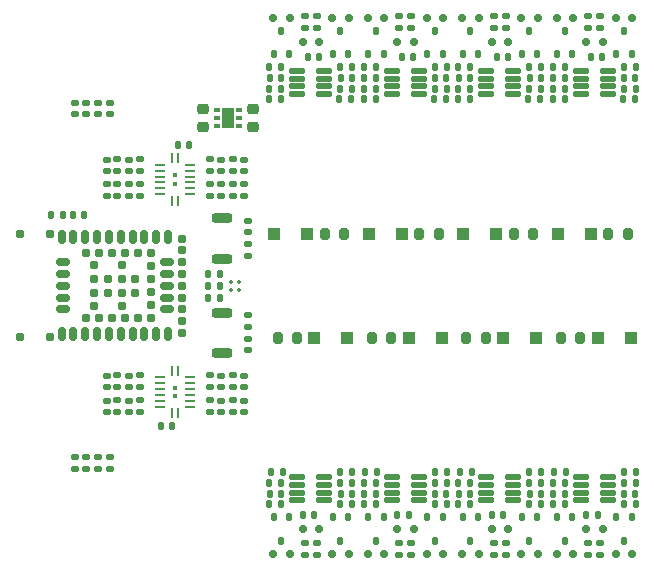
<source format=gtp>
G04 #@! TF.GenerationSoftware,KiCad,Pcbnew,8.0.8*
G04 #@! TF.CreationDate,2025-03-06T21:47:20+01:00*
G04 #@! TF.ProjectId,8-Cell Balancer,382d4365-6c6c-4204-9261-6c616e636572,rev?*
G04 #@! TF.SameCoordinates,Original*
G04 #@! TF.FileFunction,Paste,Top*
G04 #@! TF.FilePolarity,Positive*
%FSLAX46Y46*%
G04 Gerber Fmt 4.6, Leading zero omitted, Abs format (unit mm)*
G04 Created by KiCad (PCBNEW 8.0.8) date 2025-03-06 21:47:20*
%MOMM*%
%LPD*%
G01*
G04 APERTURE LIST*
G04 Aperture macros list*
%AMRoundRect*
0 Rectangle with rounded corners*
0 $1 Rounding radius*
0 $2 $3 $4 $5 $6 $7 $8 $9 X,Y pos of 4 corners*
0 Add a 4 corners polygon primitive as box body*
4,1,4,$2,$3,$4,$5,$6,$7,$8,$9,$2,$3,0*
0 Add four circle primitives for the rounded corners*
1,1,$1+$1,$2,$3*
1,1,$1+$1,$4,$5*
1,1,$1+$1,$6,$7*
1,1,$1+$1,$8,$9*
0 Add four rect primitives between the rounded corners*
20,1,$1+$1,$2,$3,$4,$5,0*
20,1,$1+$1,$4,$5,$6,$7,0*
20,1,$1+$1,$6,$7,$8,$9,0*
20,1,$1+$1,$8,$9,$2,$3,0*%
G04 Aperture macros list end*
%ADD10R,0.400000X0.400000*%
%ADD11RoundRect,0.060000X-0.060000X-0.390000X0.060000X-0.390000X0.060000X0.390000X-0.060000X0.390000X0*%
%ADD12RoundRect,0.060000X-0.390000X0.060000X-0.390000X-0.060000X0.390000X-0.060000X0.390000X0.060000X0*%
%ADD13RoundRect,0.060000X0.060000X0.390000X-0.060000X0.390000X-0.060000X-0.390000X0.060000X-0.390000X0*%
%ADD14RoundRect,0.060000X0.390000X-0.060000X0.390000X0.060000X-0.390000X0.060000X-0.390000X-0.060000X0*%
%ADD15RoundRect,0.080000X-0.080000X-0.080000X0.080000X-0.080000X0.080000X0.080000X-0.080000X0.080000X0*%
%ADD16RoundRect,0.140000X-0.140000X-0.170000X0.140000X-0.170000X0.140000X0.170000X-0.140000X0.170000X0*%
%ADD17RoundRect,0.150000X0.150000X0.200000X-0.150000X0.200000X-0.150000X-0.200000X0.150000X-0.200000X0*%
%ADD18RoundRect,0.135000X-0.185000X0.135000X-0.185000X-0.135000X0.185000X-0.135000X0.185000X0.135000X0*%
%ADD19RoundRect,0.150000X-0.150000X-0.200000X0.150000X-0.200000X0.150000X0.200000X-0.150000X0.200000X0*%
%ADD20RoundRect,0.112500X-0.112500X-0.237500X0.112500X-0.237500X0.112500X0.237500X-0.112500X0.237500X0*%
%ADD21RoundRect,0.135000X0.185000X-0.135000X0.185000X0.135000X-0.185000X0.135000X-0.185000X-0.135000X0*%
%ADD22RoundRect,0.200000X0.200000X0.275000X-0.200000X0.275000X-0.200000X-0.275000X0.200000X-0.275000X0*%
%ADD23RoundRect,0.112500X0.112500X0.237500X-0.112500X0.237500X-0.112500X-0.237500X0.112500X-0.237500X0*%
%ADD24RoundRect,0.140000X-0.170000X0.140000X-0.170000X-0.140000X0.170000X-0.140000X0.170000X0.140000X0*%
%ADD25RoundRect,0.135000X-0.135000X-0.185000X0.135000X-0.185000X0.135000X0.185000X-0.135000X0.185000X0*%
%ADD26RoundRect,0.140000X0.170000X-0.140000X0.170000X0.140000X-0.170000X0.140000X-0.170000X-0.140000X0*%
%ADD27RoundRect,0.250000X-0.300000X-0.300000X0.300000X-0.300000X0.300000X0.300000X-0.300000X0.300000X0*%
%ADD28RoundRect,0.135000X0.135000X0.185000X-0.135000X0.185000X-0.135000X-0.185000X0.135000X-0.185000X0*%
%ADD29RoundRect,0.200000X0.650000X-0.200000X0.650000X0.200000X-0.650000X0.200000X-0.650000X-0.200000X0*%
%ADD30RoundRect,0.200000X-0.650000X0.200000X-0.650000X-0.200000X0.650000X-0.200000X0.650000X0.200000X0*%
%ADD31RoundRect,0.140000X0.140000X0.170000X-0.140000X0.170000X-0.140000X-0.170000X0.140000X-0.170000X0*%
%ADD32RoundRect,0.200000X-0.200000X-0.275000X0.200000X-0.275000X0.200000X0.275000X-0.200000X0.275000X0*%
%ADD33RoundRect,0.125000X0.537500X0.125000X-0.537500X0.125000X-0.537500X-0.125000X0.537500X-0.125000X0*%
%ADD34RoundRect,0.250000X0.300000X0.300000X-0.300000X0.300000X-0.300000X-0.300000X0.300000X-0.300000X0*%
%ADD35RoundRect,0.125000X-0.537500X-0.125000X0.537500X-0.125000X0.537500X0.125000X-0.537500X0.125000X0*%
%ADD36RoundRect,0.225000X-0.250000X0.225000X-0.250000X-0.225000X0.250000X-0.225000X0.250000X0.225000X0*%
%ADD37R,0.525000X0.350000*%
%ADD38R,1.010000X1.700000*%
%ADD39RoundRect,0.175000X-0.175000X0.400000X-0.175000X-0.400000X0.175000X-0.400000X0.175000X0.400000X0*%
%ADD40RoundRect,0.175000X-0.400000X-0.175000X0.400000X-0.175000X0.400000X0.175000X-0.400000X0.175000X0*%
%ADD41RoundRect,0.175000X-0.175000X0.175000X-0.175000X-0.175000X0.175000X-0.175000X0.175000X0.175000X0*%
G04 APERTURE END LIST*
D10*
X-16000000Y9350000D03*
X-16000000Y8650000D03*
D11*
X-16250000Y10800000D03*
D12*
X-17300000Y10250000D03*
X-17300000Y9750000D03*
X-17300000Y9250000D03*
X-17300000Y8750000D03*
X-17300000Y8250000D03*
X-17300000Y7750000D03*
D13*
X-16250000Y7200000D03*
X-15750000Y7200000D03*
D14*
X-14700000Y7750000D03*
X-14700000Y8250000D03*
X-14700000Y8750000D03*
X-14700000Y9250000D03*
X-14700000Y9750000D03*
X-14700000Y10250000D03*
D11*
X-15750000Y10800000D03*
D10*
X-16000000Y-9350000D03*
X-16000000Y-8650000D03*
D13*
X-15750000Y-10800000D03*
D14*
X-14700000Y-10250000D03*
X-14700000Y-9750000D03*
X-14700000Y-9250000D03*
X-14700000Y-8750000D03*
X-14700000Y-8250000D03*
X-14700000Y-7750000D03*
D11*
X-15750000Y-7200000D03*
X-16250000Y-7200000D03*
D12*
X-17300000Y-7750000D03*
X-17300000Y-8250000D03*
X-17300000Y-8750000D03*
X-17300000Y-9250000D03*
X-17300000Y-9750000D03*
X-17300000Y-10250000D03*
D13*
X-16250000Y-10800000D03*
D15*
X-11230000Y330000D03*
X-11230000Y-330000D03*
X-10570000Y-330000D03*
X-10570000Y330000D03*
D16*
X16020000Y-17600000D03*
X16980000Y-17600000D03*
D17*
X16300000Y-22700000D03*
X17700000Y-22700000D03*
D16*
X18820000Y-19400000D03*
X19780000Y-19400000D03*
D18*
X-11100000Y10710000D03*
X-11100000Y9690000D03*
D19*
X17700000Y22700000D03*
X16300000Y22700000D03*
D20*
X-2650000Y19600000D03*
X-1350000Y19600000D03*
X-2000000Y21600000D03*
D21*
X-13000000Y-8610000D03*
X-13000000Y-7590000D03*
D22*
X22325000Y4400000D03*
X20675000Y4400000D03*
D21*
X-13000000Y-10710000D03*
X-13000000Y-9690000D03*
D23*
X14649999Y-19600000D03*
X13349999Y-19600000D03*
X13999999Y-21600000D03*
D24*
X-9800000Y-4520000D03*
X-9800000Y-5480000D03*
D25*
X7990000Y18500000D03*
X9010000Y18500000D03*
D21*
X11000000Y-22810000D03*
X11000000Y-21790000D03*
D22*
X6325000Y4400000D03*
X4675000Y4400000D03*
D18*
X20000000Y22810000D03*
X20000000Y21790000D03*
D26*
X-23500000Y14520000D03*
X-23500000Y15480000D03*
D17*
X18800000Y20600000D03*
X20200000Y20600000D03*
D21*
X-11100000Y-8610000D03*
X-11100000Y-7590000D03*
D18*
X19999999Y-21790000D03*
X19999999Y-22810000D03*
D26*
X-19900000Y-8580000D03*
X-19900000Y-7620000D03*
D16*
X8020000Y-17600000D03*
X8980000Y-17600000D03*
D23*
X-6350000Y-19600000D03*
X-7650000Y-19600000D03*
X-7000000Y-21600000D03*
D18*
X-19000000Y10710000D03*
X-19000000Y9690000D03*
D27*
X19800000Y-4400000D03*
X22600000Y-4400000D03*
D17*
X-2700001Y-22700000D03*
X-1300001Y-22700000D03*
D19*
X6700000Y22700000D03*
X5300000Y22700000D03*
D28*
X-6990000Y16700000D03*
X-8010000Y16700000D03*
D18*
X-4000001Y-21790000D03*
X-4000001Y-22810000D03*
D23*
X17650000Y-19600000D03*
X16350000Y-19600000D03*
X17000000Y-21600000D03*
D26*
X-21500000Y14520000D03*
X-21500000Y15480000D03*
D28*
X14910000Y15800000D03*
X13890000Y15800000D03*
X23009999Y-18500000D03*
X21989999Y-18500000D03*
D29*
X-12000000Y-5700000D03*
D30*
X-12000000Y-2300000D03*
D31*
X-1020000Y17600000D03*
X-1980000Y17600000D03*
D24*
X-12100000Y10680000D03*
X-12100000Y9720000D03*
D16*
X16020000Y17600000D03*
X16980000Y17600000D03*
D18*
X4000000Y22810000D03*
X4000000Y21790000D03*
D32*
X8675001Y-4400000D03*
X10325001Y-4400000D03*
D28*
X15009999Y-15800000D03*
X13989999Y-15800000D03*
D24*
X-22500000Y-14520000D03*
X-22500000Y-15480000D03*
D26*
X-9800000Y4520000D03*
X-9800000Y5480000D03*
D32*
X-7324999Y-4400000D03*
X-5674999Y-4400000D03*
D17*
X-5200000Y20600000D03*
X-3800000Y20600000D03*
D19*
X12200000Y-20600000D03*
X10800000Y-20600000D03*
D26*
X-10200000Y-10680000D03*
X-10200000Y-9720000D03*
D31*
X6979999Y-17600000D03*
X6019999Y-17600000D03*
D33*
X20637500Y-18175000D03*
X20637500Y-17525000D03*
X20637500Y-16875000D03*
X20637500Y-16225000D03*
X18362500Y-16225000D03*
X18362500Y-16875000D03*
X18362500Y-17525000D03*
X18362500Y-18175000D03*
D24*
X-12100000Y8580000D03*
X-12100000Y7620000D03*
D31*
X-1020001Y-17600000D03*
X-1980001Y-17600000D03*
D17*
X5299999Y-22700000D03*
X6699999Y-22700000D03*
D33*
X4637500Y-18175000D03*
X4637500Y-17525000D03*
X4637500Y-16875000D03*
X4637500Y-16225000D03*
X2362500Y-16225000D03*
X2362500Y-16875000D03*
X2362500Y-17525000D03*
X2362500Y-18175000D03*
D19*
X-3800000Y-20600000D03*
X-5200000Y-20600000D03*
D24*
X-21500000Y-14520000D03*
X-21500000Y-15480000D03*
D25*
X-8010000Y-18500000D03*
X-6990000Y-18500000D03*
D17*
X13299999Y-22700000D03*
X14699999Y-22700000D03*
D19*
X9700000Y22700000D03*
X8300000Y22700000D03*
D28*
X-990001Y-15800000D03*
X-2010001Y-15800000D03*
D19*
X4200000Y-20600000D03*
X2800000Y-20600000D03*
D28*
X-990000Y16700000D03*
X-2010000Y16700000D03*
D16*
X-7980000Y-17600000D03*
X-7020000Y-17600000D03*
D21*
X11000000Y21790000D03*
X11000000Y22810000D03*
D25*
X-8010000Y15800000D03*
X-6990000Y15800000D03*
D28*
X7010000Y18500000D03*
X5990000Y18500000D03*
D16*
X10820000Y-19400000D03*
X11780000Y-19400000D03*
D25*
X-10000Y-16700000D03*
X1010000Y-16700000D03*
D18*
X11999999Y-21790000D03*
X11999999Y-22810000D03*
D21*
X-5000000Y-22810000D03*
X-5000000Y-21790000D03*
D24*
X-10200000Y10680000D03*
X-10200000Y9720000D03*
D23*
X1650000Y-19600000D03*
X350000Y-19600000D03*
X1000000Y-21600000D03*
D21*
X-19000000Y-10710000D03*
X-19000000Y-9690000D03*
D20*
X5350000Y19600000D03*
X6650000Y19600000D03*
X6000000Y21600000D03*
D28*
X-990001Y-18500000D03*
X-2010001Y-18500000D03*
D18*
X-4000000Y22810000D03*
X-4000000Y21790000D03*
D28*
X17010000Y16700000D03*
X15990000Y16700000D03*
D34*
X3200000Y4400000D03*
X400000Y4400000D03*
D28*
X15010000Y16700000D03*
X13990000Y16700000D03*
D21*
X-11100000Y-10710000D03*
X-11100000Y-9690000D03*
D34*
X11200000Y4400000D03*
X8400000Y4400000D03*
D35*
X18362500Y18175000D03*
X18362500Y17525000D03*
X18362500Y16875000D03*
X18362500Y16225000D03*
X20637500Y16225000D03*
X20637500Y16875000D03*
X20637500Y17525000D03*
X20637500Y18175000D03*
D25*
X5989999Y-16700000D03*
X7009999Y-16700000D03*
D23*
X22649999Y-19600000D03*
X21349999Y-19600000D03*
X21999999Y-21600000D03*
D25*
X7990000Y-16700000D03*
X9010000Y-16700000D03*
D27*
X11800000Y-4400000D03*
X14600000Y-4400000D03*
D28*
X23010000Y18500000D03*
X21990000Y18500000D03*
D24*
X-19900000Y8580000D03*
X-19900000Y7620000D03*
D18*
X-9800000Y-2490000D03*
X-9800000Y-3510000D03*
D22*
X-1675000Y4400000D03*
X-3325000Y4400000D03*
D25*
X15990000Y-16700000D03*
X17010000Y-16700000D03*
D18*
X3999999Y-21790000D03*
X3999999Y-22810000D03*
D25*
X21989999Y-16700000D03*
X23009999Y-16700000D03*
D20*
X350000Y19600000D03*
X1650000Y19600000D03*
X1000000Y21600000D03*
D26*
X-21800000Y-10680000D03*
X-21800000Y-9720000D03*
D28*
X7009999Y-15800000D03*
X5989999Y-15800000D03*
D19*
X-1300000Y22700000D03*
X-2700000Y22700000D03*
D16*
X20000Y-17600000D03*
X980000Y-17600000D03*
D28*
X-12190000Y1000000D03*
X-13210000Y1000000D03*
D31*
X22980000Y17600000D03*
X22020000Y17600000D03*
D17*
X300000Y-22700000D03*
X1700000Y-22700000D03*
D25*
X8090000Y-15800000D03*
X9110000Y-15800000D03*
D24*
X-19900000Y10680000D03*
X-19900000Y9720000D03*
D25*
X90000Y-15800000D03*
X1110000Y-15800000D03*
X15990000Y15800000D03*
X17010000Y15800000D03*
X-10000Y-18500000D03*
X1010000Y-18500000D03*
D24*
X-24500000Y-14520000D03*
X-24500000Y-15480000D03*
D19*
X-6300000Y22700000D03*
X-7700000Y22700000D03*
D20*
X21350000Y19600000D03*
X22650000Y19600000D03*
X22000000Y21600000D03*
D35*
X-5637500Y18175000D03*
X-5637500Y17525000D03*
X-5637500Y16875000D03*
X-5637500Y16225000D03*
X-3362500Y16225000D03*
X-3362500Y16875000D03*
X-3362500Y17525000D03*
X-3362500Y18175000D03*
D24*
X-23500000Y-14520000D03*
X-23500000Y-15480000D03*
D16*
X2820000Y-19400000D03*
X3780000Y-19400000D03*
D25*
X-7910000Y-15800000D03*
X-6890000Y-15800000D03*
D19*
X14700000Y22700000D03*
X13300000Y22700000D03*
D25*
X13989999Y-16700000D03*
X15009999Y-16700000D03*
D21*
X-20900000Y-8610000D03*
X-20900000Y-7590000D03*
X-9800000Y2490000D03*
X-9800000Y3510000D03*
D18*
X-20900000Y10710000D03*
X-20900000Y9690000D03*
D28*
X23009999Y-15800000D03*
X21989999Y-15800000D03*
D25*
X7990000Y-18500000D03*
X9010000Y-18500000D03*
D28*
X1010000Y16700000D03*
X-10000Y16700000D03*
D31*
X4180000Y19400000D03*
X3220000Y19400000D03*
D23*
X-1350001Y-19600000D03*
X-2650001Y-19600000D03*
X-2000001Y-21600000D03*
D18*
X-19000000Y8610000D03*
X-19000000Y7590000D03*
D17*
X10800000Y20600000D03*
X12200000Y20600000D03*
D21*
X3000000Y-22810000D03*
X3000000Y-21790000D03*
D25*
X15990000Y18500000D03*
X17010000Y18500000D03*
X15990000Y-18500000D03*
X17010000Y-18500000D03*
D26*
X-19900000Y-10680000D03*
X-19900000Y-9720000D03*
D28*
X7009999Y-18500000D03*
X5989999Y-18500000D03*
D25*
X16090000Y-15800000D03*
X17110000Y-15800000D03*
D31*
X6980000Y17600000D03*
X6020000Y17600000D03*
D28*
X-12190000Y-1000000D03*
X-13210000Y-1000000D03*
D36*
X-13600000Y14975000D03*
X-13600000Y13425000D03*
D25*
X-10000Y18500000D03*
X1010000Y18500000D03*
D35*
X10362500Y18175000D03*
X10362500Y17525000D03*
X10362500Y16875000D03*
X10362500Y16225000D03*
X12637500Y16225000D03*
X12637500Y16875000D03*
X12637500Y17525000D03*
X12637500Y18175000D03*
D21*
X3000000Y21790000D03*
X3000000Y22810000D03*
D18*
X-13000000Y8610000D03*
X-13000000Y7590000D03*
D28*
X23010000Y16700000D03*
X21990000Y16700000D03*
D31*
X22979999Y-17600000D03*
X22019999Y-17600000D03*
D16*
X-24680000Y6000000D03*
X-23720000Y6000000D03*
X8020000Y17600000D03*
X8980000Y17600000D03*
D24*
X-10200000Y8580000D03*
X-10200000Y7620000D03*
D28*
X-12190000Y0D03*
X-13210000Y0D03*
D35*
X2362500Y18175000D03*
X2362500Y17525000D03*
X2362500Y16875000D03*
X2362500Y16225000D03*
X4637500Y16225000D03*
X4637500Y16875000D03*
X4637500Y17525000D03*
X4637500Y18175000D03*
D25*
X-2010001Y-16700000D03*
X-990001Y-16700000D03*
D16*
X-15780000Y11900000D03*
X-14820000Y11900000D03*
D33*
X-3362500Y-18175000D03*
X-3362500Y-17525000D03*
X-3362500Y-16875000D03*
X-3362500Y-16225000D03*
X-5637500Y-16225000D03*
X-5637500Y-16875000D03*
X-5637500Y-17525000D03*
X-5637500Y-18175000D03*
D25*
X-8010000Y-16700000D03*
X-6990000Y-16700000D03*
D17*
X8300000Y-22700000D03*
X9700000Y-22700000D03*
D18*
X-13000000Y10710000D03*
X-13000000Y9690000D03*
D23*
X6649999Y-19600000D03*
X5349999Y-19600000D03*
X5999999Y-21600000D03*
D28*
X-1090000Y15800000D03*
X-2110000Y15800000D03*
D26*
X-10200000Y-8580000D03*
X-10200000Y-7620000D03*
D17*
X-7700000Y-22700000D03*
X-6300000Y-22700000D03*
D24*
X-21800000Y10680000D03*
X-21800000Y9720000D03*
D31*
X14979999Y-17600000D03*
X14019999Y-17600000D03*
D28*
X15009999Y-18500000D03*
X13989999Y-18500000D03*
D31*
X14980000Y17600000D03*
X14020000Y17600000D03*
D25*
X-8010000Y18500000D03*
X-6990000Y18500000D03*
D16*
X-5180000Y-19400000D03*
X-4220000Y-19400000D03*
D20*
X13350000Y19600000D03*
X14650000Y19600000D03*
X14000000Y21600000D03*
D28*
X22910000Y15800000D03*
X21890000Y15800000D03*
D16*
X-7980000Y17600000D03*
X-7020000Y17600000D03*
D21*
X-19000000Y-8610000D03*
X-19000000Y-7590000D03*
D22*
X14325000Y4400000D03*
X12675000Y4400000D03*
D21*
X-20900000Y-10710000D03*
X-20900000Y-9690000D03*
D31*
X20180000Y19400000D03*
X19220000Y19400000D03*
D16*
X20000Y17600000D03*
X980000Y17600000D03*
D26*
X-24500000Y14520000D03*
X-24500000Y15480000D03*
X-12100000Y-8580000D03*
X-12100000Y-7620000D03*
D20*
X8350000Y19600000D03*
X9650000Y19600000D03*
X9000000Y21600000D03*
D28*
X6910000Y15800000D03*
X5890000Y15800000D03*
D18*
X-20900000Y8610000D03*
X-20900000Y7590000D03*
X12000000Y22810000D03*
X12000000Y21790000D03*
D31*
X12180000Y19400000D03*
X11220000Y19400000D03*
D21*
X19000000Y21790000D03*
X19000000Y22810000D03*
D28*
X15010000Y18500000D03*
X13990000Y18500000D03*
D19*
X20200000Y-20600000D03*
X18800000Y-20600000D03*
D36*
X-9400000Y14975000D03*
X-9400000Y13425000D03*
D25*
X-10000Y15800000D03*
X1010000Y15800000D03*
D31*
X-16220000Y-11900000D03*
X-17180000Y-11900000D03*
D26*
X-22500000Y14520000D03*
X-22500000Y15480000D03*
D25*
X7990000Y15800000D03*
X9010000Y15800000D03*
D18*
X-11100000Y8610000D03*
X-11100000Y7590000D03*
D32*
X675001Y-4400000D03*
X2325001Y-4400000D03*
D28*
X9010000Y16700000D03*
X7990000Y16700000D03*
D32*
X16675001Y-4400000D03*
X18325001Y-4400000D03*
D20*
X16350000Y19600000D03*
X17650000Y19600000D03*
X17000000Y21600000D03*
D31*
X-25520000Y6000000D03*
X-26480000Y6000000D03*
D37*
X-12437500Y14850000D03*
X-12437500Y14200000D03*
X-12437500Y13550000D03*
X-10562500Y13550000D03*
X-10562500Y14200000D03*
X-10562500Y14850000D03*
D38*
X-11500000Y14200000D03*
D39*
X-16600000Y4125000D03*
X-17600000Y4125000D03*
X-18600000Y4125000D03*
X-19600000Y4125000D03*
X-20600000Y4125000D03*
X-21600000Y4125000D03*
X-22600000Y4125000D03*
X-23600000Y4125000D03*
X-24600000Y4125000D03*
X-25600000Y4125000D03*
D40*
X-25525000Y2000000D03*
X-25525000Y1000000D03*
X-25525000Y0D03*
X-25525000Y-1000000D03*
X-25525000Y-2000000D03*
D39*
X-25600000Y-4125000D03*
X-24600000Y-4125000D03*
X-23600000Y-4125000D03*
X-22600000Y-4125000D03*
X-21600000Y-4125000D03*
X-20600000Y-4125000D03*
X-19600000Y-4125000D03*
X-18600000Y-4125000D03*
X-17600000Y-4125000D03*
X-16600000Y-4125000D03*
D40*
X-16675000Y-2000000D03*
X-16675000Y-1000000D03*
X-16675000Y0D03*
X-16675000Y1000000D03*
X-16675000Y2000000D03*
D41*
X-18050000Y2750000D03*
X-19150000Y2750000D03*
X-20250000Y2750000D03*
X-21350000Y2750000D03*
X-22450000Y2750000D03*
X-23550000Y2750000D03*
X-23550000Y-2750000D03*
X-22450000Y-2750000D03*
X-21350000Y-2750000D03*
X-20250000Y-2750000D03*
X-19150000Y-2750000D03*
X-18050000Y-2750000D03*
X-18050000Y-1650000D03*
X-18050000Y-550000D03*
X-18050000Y550000D03*
X-18050000Y1650000D03*
X-15450000Y-4000000D03*
X-15450000Y-3000000D03*
X-15450000Y-2000000D03*
X-15450000Y-1000000D03*
X-15450000Y0D03*
X-15450000Y1000000D03*
X-15450000Y2000000D03*
X-15450000Y3000000D03*
X-15450000Y4000000D03*
X-26600000Y4350000D03*
X-29150000Y4350000D03*
X-26600000Y-4350000D03*
X-29150000Y-4350000D03*
X-20525000Y1725000D03*
X-22825000Y1725000D03*
X-19375000Y575000D03*
X-20525000Y575000D03*
X-21675000Y575000D03*
X-22825000Y575000D03*
X-19375000Y-575000D03*
X-20525000Y-575000D03*
X-21675000Y-575000D03*
X-22825000Y-575000D03*
X-20525000Y-1725000D03*
X-22825000Y-1725000D03*
D30*
X-12000000Y5700000D03*
D29*
X-12000000Y2300000D03*
D23*
X9650000Y-19600000D03*
X8350000Y-19600000D03*
X9000000Y-21600000D03*
D24*
X-21800000Y8580000D03*
X-21800000Y7620000D03*
D19*
X1700000Y22700000D03*
X300000Y22700000D03*
D34*
X19200000Y4400000D03*
X16400000Y4400000D03*
D27*
X3800000Y-4400000D03*
X6600000Y-4400000D03*
D19*
X22700000Y22700000D03*
X21300000Y22700000D03*
D34*
X-4800000Y4400000D03*
X-7600000Y4400000D03*
D21*
X-5000000Y21790000D03*
X-5000000Y22810000D03*
D17*
X2800000Y20600000D03*
X4200000Y20600000D03*
D26*
X-12100000Y-10680000D03*
X-12100000Y-9720000D03*
D28*
X7010000Y16700000D03*
X5990000Y16700000D03*
D27*
X-4200000Y-4400000D03*
X-1400000Y-4400000D03*
D33*
X12637500Y-18175000D03*
X12637500Y-17525000D03*
X12637500Y-16875000D03*
X12637500Y-16225000D03*
X10362500Y-16225000D03*
X10362500Y-16875000D03*
X10362500Y-17525000D03*
X10362500Y-18175000D03*
D20*
X-7650000Y19600000D03*
X-6350000Y19600000D03*
X-7000000Y21600000D03*
D31*
X-3820000Y19400000D03*
X-4780000Y19400000D03*
D26*
X-21800000Y-8580000D03*
X-21800000Y-7620000D03*
D28*
X-990000Y18500000D03*
X-2010000Y18500000D03*
D21*
X19000000Y-22810000D03*
X19000000Y-21790000D03*
D17*
X21299999Y-22700000D03*
X22699999Y-22700000D03*
M02*

</source>
